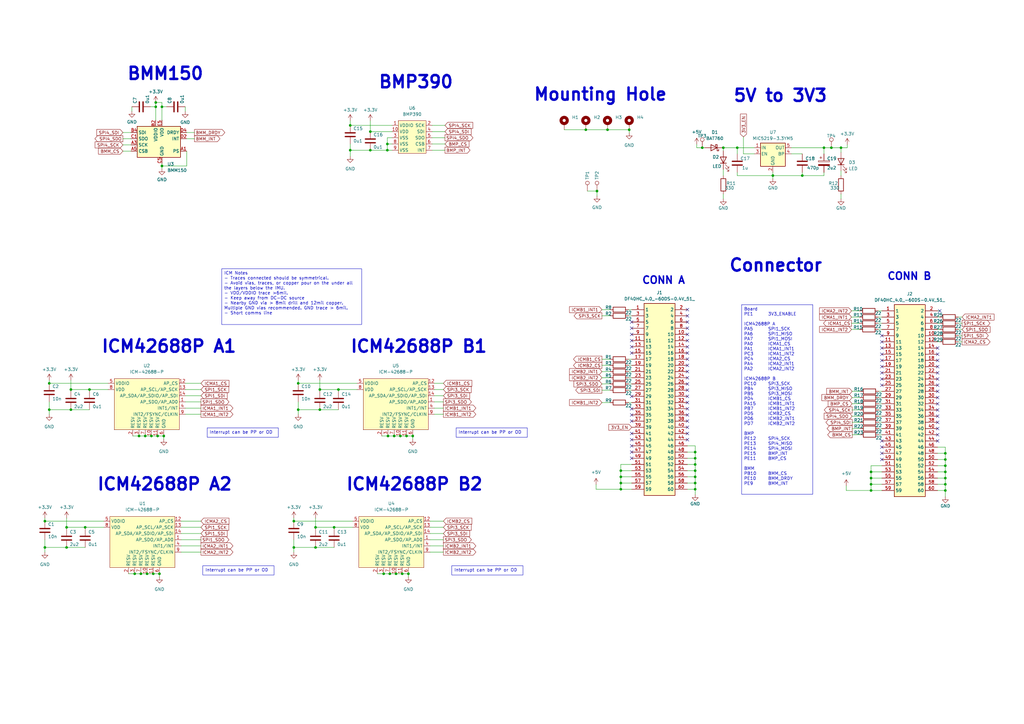
<source format=kicad_sch>
(kicad_sch (version 20230121) (generator eeschema)
  (paper "A3")
  (title_block (title "IMU Sensor Module") (date "2024-01-28"))
  (junction (at 122.301 168.021))
  (junction (at 244.856 78.359))
  (junction (at 57.023 178.816))
  (junction (at 120.523 224.536))
  (junction (at 302.387 60.579))
  (junction (at 158.877 61.595))
  (junction (at 29.083 168.021))
  (junction (at 55.245 235.331))
  (junction (at 151.892 61.595))
  (junction (at 151.892 53.975))
  (junction (at 62.865 235.331))
  (junction (at 18.415 224.536))
  (junction (at 285.115 200.66))
  (junction (at 157.353 235.331))
  (junction (at 137.033 216.281))
  (junction (at 357.251 201.168))
  (junction (at 254.635 195.58))
  (junction (at 254.635 200.66))
  (junction (at 159.131 178.816))
  (junction (at 18.415 213.741))
  (junction (at 29.083 159.766))
  (junction (at 288.036 60.579))
  (junction (at 285.115 187.96))
  (junction (at 387.731 196.088))
  (junction (at 122.301 157.226))
  (junction (at 254.635 198.12))
  (junction (at 129.413 216.281))
  (junction (at 316.992 72.009))
  (junction (at 57.785 235.331))
  (junction (at 387.731 188.468))
  (junction (at 129.413 224.536))
  (junction (at 66.421 68.072))
  (junction (at 240.284 53.213))
  (junction (at 63.881 43.815))
  (junction (at 169.291 178.816))
  (junction (at 387.731 191.008))
  (junction (at 285.115 195.58))
  (junction (at 65.405 235.331))
  (junction (at 387.731 198.628))
  (junction (at 285.115 198.12))
  (junction (at 387.731 185.928))
  (junction (at 285.115 185.42))
  (junction (at 357.251 196.088))
  (junction (at 34.925 216.281))
  (junction (at 296.672 60.579))
  (junction (at 162.433 235.331))
  (junction (at 120.523 213.741))
  (junction (at 20.193 168.021))
  (junction (at 249.174 53.213))
  (junction (at 387.731 193.548))
  (junction (at 131.191 168.021))
  (junction (at 64.643 178.816))
  (junction (at 66.421 43.815))
  (junction (at 357.251 198.628))
  (junction (at 337.947 60.579))
  (junction (at 258.064 53.213))
  (junction (at 27.305 216.281))
  (junction (at 27.305 224.536))
  (junction (at 159.893 235.331))
  (junction (at 167.513 235.331))
  (junction (at 62.103 178.816))
  (junction (at 161.671 178.816))
  (junction (at 143.637 51.435))
  (junction (at 36.703 159.766))
  (junction (at 285.115 193.04))
  (junction (at 166.751 178.816))
  (junction (at 67.183 178.816))
  (junction (at 63.881 42.037))
  (junction (at 387.731 201.168))
  (junction (at 285.115 190.5))
  (junction (at 138.811 159.766))
  (junction (at 164.973 235.331))
  (junction (at 143.637 61.595))
  (junction (at 60.325 235.331))
  (junction (at 158.877 59.055))
  (junction (at 340.995 60.579))
  (junction (at 357.251 193.548))
  (junction (at 329.057 72.009))
  (junction (at 344.932 60.579))
  (junction (at 20.193 157.226))
  (junction (at 254.635 193.04))
  (junction (at 131.191 159.766))
  (junction (at 59.563 178.816))
  (junction (at 164.211 178.816))
  (no_connect (at 384.556 163.068))
  (no_connect (at 259.08 139.7))
  (no_connect (at 384.556 175.768))
  (no_connect (at 361.696 142.748))
  (no_connect (at 281.94 142.24))
  (no_connect (at 281.94 167.64))
  (no_connect (at 361.696 180.848))
  (no_connect (at 281.94 152.4))
  (no_connect (at 384.556 173.228))
  (no_connect (at 384.556 152.908))
  (no_connect (at 361.696 152.908))
  (no_connect (at 281.94 147.32))
  (no_connect (at 384.556 150.368))
  (no_connect (at 384.556 168.148))
  (no_connect (at 384.556 142.748))
  (no_connect (at 384.556 170.688))
  (no_connect (at 281.94 160.02))
  (no_connect (at 361.696 145.288))
  (no_connect (at 384.556 178.308))
  (no_connect (at 281.94 157.48))
  (no_connect (at 259.08 162.56))
  (no_connect (at 281.94 137.16))
  (no_connect (at 384.556 160.528))
  (no_connect (at 259.08 137.16))
  (no_connect (at 259.08 132.08))
  (no_connect (at 281.94 180.34))
  (no_connect (at 361.696 157.988))
  (no_connect (at 281.94 134.62))
  (no_connect (at 259.08 134.62))
  (no_connect (at 385.445 127.508))
  (no_connect (at 361.696 188.468))
  (no_connect (at 281.94 172.72))
  (no_connect (at 281.94 154.94))
  (no_connect (at 281.94 129.54))
  (no_connect (at 384.556 165.608))
  (no_connect (at 281.94 177.8))
  (no_connect (at 259.08 182.88))
  (no_connect (at 281.94 170.18))
  (no_connect (at 361.696 183.388))
  (no_connect (at 361.696 150.368))
  (no_connect (at 259.08 167.64))
  (no_connect (at 384.556 157.988))
  (no_connect (at 281.94 139.7))
  (no_connect (at 384.556 180.848))
  (no_connect (at 281.94 162.56))
  (no_connect (at 259.08 170.18))
  (no_connect (at 259.08 172.72))
  (no_connect (at 281.94 144.78))
  (no_connect (at 384.556 147.828))
  (no_connect (at 384.556 155.448))
  (no_connect (at 281.94 165.1))
  (no_connect (at 281.94 132.08))
  (no_connect (at 361.696 147.828))
  (no_connect (at 361.696 140.208))
  (no_connect (at 259.08 187.96))
  (no_connect (at 384.556 145.288))
  (no_connect (at 259.08 142.24))
  (no_connect (at 259.08 144.78))
  (no_connect (at 361.696 155.448))
  (no_connect (at 281.94 127))
  (no_connect (at 281.94 175.26))
  (no_connect (at 361.696 137.668))
  (no_connect (at 259.08 185.42))
  (no_connect (at 361.696 185.928))
  (no_connect (at 259.08 177.8))
  (no_connect (at 281.94 149.86))
  (no_connect (at 259.08 180.34))
  (wire (pts (xy 27.305 212.471) (xy 27.305 216.281)))
  (wire (pts (xy 61.722 43.815) (xy 63.881 43.815)))
  (wire (pts (xy 384.556 188.468) (xy 387.731 188.468)))
  (wire (pts (xy 249.174 53.213) (xy 258.064 53.213)))
  (wire (pts (xy 76.581 68.072) (xy 66.421 68.072)))
  (wire (pts (xy 349.504 178.308) (xy 352.806 178.308)))
  (wire (pts (xy 357.251 198.628) (xy 361.696 198.628)))
  (wire (pts (xy 137.033 216.281) (xy 129.413 216.281)))
  (wire (pts (xy 349.504 160.528) (xy 352.806 160.528)))
  (wire (pts (xy 138.811 159.766) (xy 131.191 159.766)))
  (wire (pts (xy 20.193 169.926) (xy 20.193 168.021)))
  (wire (pts (xy 257.81 154.94) (xy 259.08 154.94)))
  (wire (pts (xy 67.183 178.816) (xy 67.183 180.086)))
  (wire (pts (xy 246.888 147.32) (xy 250.19 147.32)))
  (wire (pts (xy 131.191 159.766) (xy 131.191 160.401)))
  (wire (pts (xy 387.731 198.628) (xy 387.731 201.168)))
  (wire (pts (xy 357.251 198.628) (xy 357.251 196.088)))
  (wire (pts (xy 384.556 130.048) (xy 385.445 130.048)))
  (wire (pts (xy 349.504 175.768) (xy 352.806 175.768)))
  (wire (pts (xy 393.065 135.128) (xy 394.589 135.128)))
  (wire (pts (xy 178.181 164.846) (xy 181.864 164.846)))
  (wire (pts (xy 120.523 221.361) (xy 120.523 224.536)))
  (wire (pts (xy 55.245 235.331) (xy 57.785 235.331)))
  (wire (pts (xy 66.421 43.815) (xy 66.421 42.037)))
  (wire (pts (xy 29.083 159.766) (xy 29.083 160.401)))
  (wire (pts (xy 349.25 135.128) (xy 352.552 135.128)))
  (wire (pts (xy 360.426 160.528) (xy 361.696 160.528)))
  (wire (pts (xy 387.731 191.008) (xy 387.731 193.548)))
  (wire (pts (xy 244.475 200.66) (xy 254.635 200.66)))
  (wire (pts (xy 82.423 159.766) (xy 76.073 159.766)))
  (wire (pts (xy 285.75 60.579) (xy 285.75 59.182)))
  (wire (pts (xy 254.635 195.58) (xy 259.08 195.58)))
  (wire (pts (xy 131.191 168.021) (xy 138.811 168.021)))
  (wire (pts (xy 18.415 226.441) (xy 18.415 224.536)))
  (wire (pts (xy 347.091 199.263) (xy 347.091 201.168)))
  (wire (pts (xy 384.556 137.668) (xy 385.445 137.668)))
  (wire (pts (xy 384.556 140.208) (xy 385.445 140.208)))
  (wire (pts (xy 347.472 59.309) (xy 347.472 60.579)))
  (wire (pts (xy 122.301 157.226) (xy 146.431 157.226)))
  (wire (pts (xy 181.864 223.901) (xy 176.403 223.901)))
  (wire (pts (xy 257.81 149.86) (xy 259.08 149.86)))
  (wire (pts (xy 120.523 212.471) (xy 120.523 213.741)))
  (wire (pts (xy 144.653 216.281) (xy 137.033 216.281)))
  (wire (pts (xy 246.888 165.1) (xy 250.19 165.1)))
  (wire (pts (xy 349.504 165.608) (xy 352.806 165.608)))
  (wire (pts (xy 169.291 178.816) (xy 169.291 180.086)))
  (wire (pts (xy 50.419 56.896) (xy 53.721 56.896)))
  (wire (pts (xy 393.065 132.588) (xy 394.589 132.588)))
  (wire (pts (xy 20.193 164.846) (xy 20.193 168.021)))
  (wire (pts (xy 158.877 59.055) (xy 158.877 61.595)))
  (wire (pts (xy 361.696 201.168) (xy 357.251 201.168)))
  (wire (pts (xy 257.81 152.4) (xy 259.08 152.4)))
  (wire (pts (xy 360.426 175.768) (xy 361.696 175.768)))
  (wire (pts (xy 349.504 173.228) (xy 352.806 173.228)))
  (wire (pts (xy 281.94 185.42) (xy 285.115 185.42)))
  (wire (pts (xy 246.888 149.86) (xy 250.19 149.86)))
  (wire (pts (xy 340.995 60.579) (xy 344.932 60.579)))
  (wire (pts (xy 178.181 167.386) (xy 181.864 167.386)))
  (wire (pts (xy 393.065 130.048) (xy 394.589 130.048)))
  (wire (pts (xy 66.421 43.815) (xy 68.326 43.815)))
  (wire (pts (xy 143.637 61.595) (xy 143.637 59.055)))
  (wire (pts (xy 129.413 216.281) (xy 129.413 216.916)))
  (wire (pts (xy 82.423 223.901) (xy 74.295 223.901)))
  (wire (pts (xy 285.115 182.88) (xy 285.115 185.42)))
  (wire (pts (xy 384.556 183.388) (xy 387.731 183.388)))
  (wire (pts (xy 146.431 159.766) (xy 138.811 159.766)))
  (wire (pts (xy 20.193 155.956) (xy 20.193 157.226)))
  (wire (pts (xy 122.301 168.021) (xy 131.191 168.021)))
  (wire (pts (xy 178.181 157.226) (xy 181.864 157.226)))
  (wire (pts (xy 52.705 235.331) (xy 55.245 235.331)))
  (wire (pts (xy 347.091 201.168) (xy 357.251 201.168)))
  (wire (pts (xy 360.172 135.128) (xy 361.696 135.128)))
  (wire (pts (xy 138.811 159.766) (xy 138.811 160.401)))
  (wire (pts (xy 337.947 72.009) (xy 337.947 70.739)))
  (wire (pts (xy 257.81 147.32) (xy 259.08 147.32)))
  (wire (pts (xy 231.394 53.213) (xy 240.284 53.213)))
  (wire (pts (xy 384.556 185.928) (xy 387.731 185.928)))
  (wire (pts (xy 122.301 169.926) (xy 122.301 168.021)))
  (wire (pts (xy 177.292 59.055) (xy 182.499 59.055)))
  (wire (pts (xy 63.881 42.037) (xy 63.881 43.815)))
  (wire (pts (xy 181.864 216.281) (xy 176.403 216.281)))
  (wire (pts (xy 120.523 213.741) (xy 144.653 213.741)))
  (wire (pts (xy 324.612 60.579) (xy 337.947 60.579)))
  (wire (pts (xy 65.405 235.331) (xy 65.405 236.601)))
  (wire (pts (xy 384.556 198.628) (xy 387.731 198.628)))
  (wire (pts (xy 254.635 190.5) (xy 259.08 190.5)))
  (wire (pts (xy 281.94 198.12) (xy 285.115 198.12)))
  (wire (pts (xy 344.932 72.009) (xy 344.932 70.104)))
  (wire (pts (xy 304.927 63.119) (xy 309.372 63.119)))
  (wire (pts (xy 281.94 187.96) (xy 285.115 187.96)))
  (wire (pts (xy 20.193 157.226) (xy 44.323 157.226)))
  (wire (pts (xy 158.877 61.595) (xy 160.782 61.595)))
  (wire (pts (xy 246.888 160.02) (xy 250.19 160.02)))
  (wire (pts (xy 82.423 221.361) (xy 74.295 221.361)))
  (wire (pts (xy 281.94 200.66) (xy 285.115 200.66)))
  (wire (pts (xy 254.635 195.58) (xy 254.635 193.04)))
  (wire (pts (xy 64.643 178.816) (xy 67.183 178.816)))
  (wire (pts (xy 296.672 81.534) (xy 296.672 79.629)))
  (wire (pts (xy 162.433 235.331) (xy 164.973 235.331)))
  (wire (pts (xy 393.065 137.668) (xy 394.589 137.668)))
  (wire (pts (xy 337.947 60.579) (xy 337.947 63.119)))
  (wire (pts (xy 257.81 129.54) (xy 259.08 129.54)))
  (wire (pts (xy 357.251 196.088) (xy 357.251 193.548)))
  (wire (pts (xy 302.387 70.739) (xy 302.387 72.009)))
  (wire (pts (xy 257.81 165.1) (xy 259.08 165.1)))
  (wire (pts (xy 178.181 169.926) (xy 181.864 169.926)))
  (wire (pts (xy 357.251 201.168) (xy 357.251 198.628)))
  (wire (pts (xy 258.064 53.213) (xy 258.064 54.483)))
  (wire (pts (xy 360.172 127.508) (xy 361.696 127.508)))
  (wire (pts (xy 50.419 61.976) (xy 53.721 61.976)))
  (wire (pts (xy 246.888 129.54) (xy 250.19 129.54)))
  (wire (pts (xy 244.856 78.359) (xy 244.856 80.391)))
  (wire (pts (xy 129.413 224.536) (xy 137.033 224.536)))
  (wire (pts (xy 360.426 173.228) (xy 361.696 173.228)))
  (wire (pts (xy 285.75 60.579) (xy 288.036 60.579)))
  (wire (pts (xy 387.731 193.548) (xy 387.731 196.088)))
  (wire (pts (xy 387.731 201.168) (xy 387.731 203.708)))
  (wire (pts (xy 59.563 178.816) (xy 62.103 178.816)))
  (wire (pts (xy 143.637 51.435) (xy 160.782 51.435)))
  (wire (pts (xy 20.193 168.021) (xy 29.083 168.021)))
  (wire (pts (xy 357.251 191.008) (xy 361.696 191.008)))
  (wire (pts (xy 349.504 163.068) (xy 352.806 163.068)))
  (wire (pts (xy 18.415 224.536) (xy 27.305 224.536)))
  (wire (pts (xy 159.893 235.331) (xy 162.433 235.331)))
  (wire (pts (xy 357.251 193.548) (xy 357.251 191.008)))
  (wire (pts (xy 360.426 165.608) (xy 361.696 165.608)))
  (wire (pts (xy 177.292 51.435) (xy 182.499 51.435)))
  (wire (pts (xy 360.426 178.308) (xy 361.696 178.308)))
  (wire (pts (xy 156.591 178.816) (xy 159.131 178.816)))
  (wire (pts (xy 349.25 132.588) (xy 352.552 132.588)))
  (wire (pts (xy 246.888 152.4) (xy 250.19 152.4)))
  (wire (pts (xy 54.102 45.593) (xy 54.102 43.815)))
  (wire (pts (xy 357.251 193.548) (xy 361.696 193.548)))
  (wire (pts (xy 131.191 155.956) (xy 131.191 159.766)))
  (wire (pts (xy 160.782 56.515) (xy 158.877 56.515)))
  (wire (pts (xy 143.637 49.53) (xy 143.637 51.435)))
  (wire (pts (xy 349.504 170.688) (xy 352.806 170.688)))
  (wire (pts (xy 50.419 59.436) (xy 53.721 59.436)))
  (wire (pts (xy 75.946 43.815) (xy 75.946 45.72)))
  (wire (pts (xy 349.25 130.048) (xy 352.552 130.048)))
  (wire (pts (xy 181.864 213.741) (xy 176.403 213.741)))
  (wire (pts (xy 79.756 56.896) (xy 76.581 56.896)))
  (wire (pts (xy 34.925 216.281) (xy 27.305 216.281)))
  (wire (pts (xy 62.103 178.816) (xy 64.643 178.816)))
  (wire (pts (xy 387.731 185.928) (xy 387.731 188.468)))
  (wire (pts (xy 254.635 200.66) (xy 254.635 198.12)))
  (wire (pts (xy 18.415 221.361) (xy 18.415 224.536)))
  (wire (pts (xy 296.672 61.849) (xy 296.672 60.579)))
  (wire (pts (xy 329.057 70.739) (xy 329.057 72.009)))
  (wire (pts (xy 57.023 178.816) (xy 59.563 178.816)))
  (wire (pts (xy 54.483 178.816) (xy 57.023 178.816)))
  (wire (pts (xy 178.181 159.766) (xy 181.864 159.766)))
  (wire (pts (xy 281.94 193.04) (xy 285.115 193.04)))
  (wire (pts (xy 158.877 56.515) (xy 158.877 59.055)))
  (wire (pts (xy 157.353 235.331) (xy 159.893 235.331)))
  (wire (pts (xy 177.292 61.595) (xy 182.499 61.595)))
  (wire (pts (xy 285.115 193.04) (xy 285.115 195.58)))
  (wire (pts (xy 27.305 216.281) (xy 27.305 216.916)))
  (wire (pts (xy 296.672 60.579) (xy 302.387 60.579)))
  (wire (pts (xy 63.881 43.815) (xy 63.881 49.276)))
  (wire (pts (xy 285.115 187.96) (xy 285.115 190.5)))
  (wire (pts (xy 384.556 196.088) (xy 387.731 196.088)))
  (wire (pts (xy 316.992 72.009) (xy 329.057 72.009)))
  (wire (pts (xy 384.556 135.128) (xy 385.445 135.128)))
  (wire (pts (xy 137.033 216.281) (xy 137.033 216.916)))
  (wire (pts (xy 36.703 159.766) (xy 36.703 160.401)))
  (wire (pts (xy 254.635 193.04) (xy 254.635 190.5)))
  (wire (pts (xy 82.423 216.281) (xy 74.295 216.281)))
  (wire (pts (xy 240.284 53.213) (xy 249.174 53.213)))
  (wire (pts (xy 151.892 53.975) (xy 160.782 53.975)))
  (wire (pts (xy 143.637 61.595) (xy 143.637 64.135)))
  (wire (pts (xy 164.973 235.331) (xy 167.513 235.331)))
  (wire (pts (xy 27.305 224.536) (xy 34.925 224.536)))
  (wire (pts (xy 66.421 69.215) (xy 66.421 68.072)))
  (wire (pts (xy 240.919 78.359) (xy 244.856 78.359)))
  (wire (pts (xy 82.423 167.386) (xy 76.073 167.386)))
  (wire (pts (xy 304.927 56.134) (xy 304.927 63.119)))
  (wire (pts (xy 66.421 68.072) (xy 66.421 67.056)))
  (wire (pts (xy 246.888 127) (xy 250.19 127)))
  (wire (pts (xy 82.423 169.926) (xy 76.073 169.926)))
  (wire (pts (xy 387.731 196.088) (xy 387.731 198.628)))
  (wire (pts (xy 384.556 193.548) (xy 387.731 193.548)))
  (wire (pts (xy 159.131 178.816) (xy 161.671 178.816)))
  (wire (pts (xy 62.865 235.331) (xy 65.405 235.331)))
  (wire (pts (xy 254.635 193.04) (xy 259.08 193.04)))
  (wire (pts (xy 324.612 63.119) (xy 329.057 63.119)))
  (wire (pts (xy 60.325 235.331) (xy 62.865 235.331)))
  (wire (pts (xy 302.387 60.579) (xy 302.387 63.119)))
  (wire (pts (xy 316.992 70.739) (xy 316.992 72.009)))
  (wire (pts (xy 360.426 170.688) (xy 361.696 170.688)))
  (wire (pts (xy 120.523 226.441) (xy 120.523 224.536)))
  (wire (pts (xy 384.556 132.588) (xy 385.445 132.588)))
  (wire (pts (xy 357.251 196.088) (xy 361.696 196.088)))
  (wire (pts (xy 387.731 183.388) (xy 387.731 185.928)))
  (wire (pts (xy 257.81 160.02) (xy 259.08 160.02)))
  (wire (pts (xy 281.94 195.58) (xy 285.115 195.58)))
  (wire (pts (xy 254.635 198.12) (xy 254.635 195.58)))
  (wire (pts (xy 167.513 235.331) (xy 167.513 236.601)))
  (wire (pts (xy 181.864 226.441) (xy 176.403 226.441)))
  (wire (pts (xy 384.556 127.508) (xy 385.445 127.508)))
  (wire (pts (xy 244.475 198.755) (xy 244.475 200.66)))
  (wire (pts (xy 161.671 178.816) (xy 164.211 178.816)))
  (wire (pts (xy 122.301 164.846) (xy 122.301 168.021)))
  (wire (pts (xy 288.036 60.579) (xy 289.052 60.579)))
  (wire (pts (xy 349.504 168.148) (xy 352.806 168.148)))
  (wire (pts (xy 360.426 168.148) (xy 361.696 168.148)))
  (wire (pts (xy 259.08 200.66) (xy 254.635 200.66)))
  (wire (pts (xy 151.892 61.595) (xy 143.637 61.595)))
  (wire (pts (xy 281.94 190.5) (xy 285.115 190.5)))
  (wire (pts (xy 246.888 154.94) (xy 250.19 154.94)))
  (wire (pts (xy 181.864 218.821) (xy 176.403 218.821)))
  (wire (pts (xy 82.423 157.226) (xy 76.073 157.226)))
  (wire (pts (xy 285.115 185.42) (xy 285.115 187.96)))
  (wire (pts (xy 154.813 235.331) (xy 157.353 235.331)))
  (wire (pts (xy 302.387 72.009) (xy 316.992 72.009)))
  (wire (pts (xy 18.415 213.741) (xy 42.545 213.741)))
  (wire (pts (xy 57.785 235.331) (xy 60.325 235.331)))
  (wire (pts (xy 164.211 178.816) (xy 166.751 178.816)))
  (wire (pts (xy 129.413 212.471) (xy 129.413 216.281)))
  (wire (pts (xy 360.172 130.048) (xy 361.696 130.048)))
  (wire (pts (xy 178.181 162.306) (xy 181.864 162.306)))
  (wire (pts (xy 122.301 155.956) (xy 122.301 157.226)))
  (wire (pts (xy 302.387 60.579) (xy 309.372 60.579)))
  (wire (pts (xy 285.115 200.66) (xy 285.115 202.819)))
  (wire (pts (xy 120.523 224.536) (xy 129.413 224.536)))
  (wire (pts (xy 384.556 201.168) (xy 387.731 201.168)))
  (wire (pts (xy 66.421 49.276) (xy 66.421 43.815)))
  (wire (pts (xy 285.115 195.58) (xy 285.115 198.12)))
  (wire (pts (xy 177.292 53.975) (xy 182.499 53.975)))
  (wire (pts (xy 82.423 164.846) (xy 76.073 164.846)))
  (wire (pts (xy 29.083 155.956) (xy 29.083 159.766)))
  (wire (pts (xy 337.947 60.579) (xy 340.995 60.579)))
  (wire (pts (xy 166.751 178.816) (xy 169.291 178.816)))
  (wire (pts (xy 82.423 218.821) (xy 74.295 218.821)))
  (wire (pts (xy 29.083 168.021) (xy 36.703 168.021)))
  (wire (pts (xy 66.421 42.037) (xy 63.881 42.037)))
  (wire (pts (xy 76.581 54.356) (xy 79.756 54.356)))
  (wire (pts (xy 360.172 132.588) (xy 361.696 132.588)))
  (wire (pts (xy 82.423 162.306) (xy 76.073 162.306)))
  (wire (pts (xy 384.556 191.008) (xy 387.731 191.008)))
  (wire (pts (xy 42.545 216.281) (xy 34.925 216.281)))
  (wire (pts (xy 246.888 157.48) (xy 250.19 157.48)))
  (wire (pts (xy 82.423 213.741) (xy 74.295 213.741)))
  (wire (pts (xy 76.581 61.976) (xy 76.581 68.072)))
  (wire (pts (xy 316.992 72.009) (xy 316.992 73.279)))
  (wire (pts (xy 18.415 212.471) (xy 18.415 213.741)))
  (wire (pts (xy 352.552 127.508) (xy 349.25 127.508)))
  (wire (pts (xy 344.932 81.534) (xy 344.932 79.629)))
  (wire (pts (xy 151.892 49.53) (xy 151.892 53.975)))
  (wire (pts (xy 344.932 62.484) (xy 344.932 60.579)))
  (wire (pts (xy 50.419 54.356) (xy 53.721 54.356)))
  (wire (pts (xy 158.877 61.595) (xy 151.892 61.595)))
  (wire (pts (xy 257.81 157.48) (xy 259.08 157.48)))
  (wire (pts (xy 285.115 190.5) (xy 285.115 193.04)))
  (wire (pts (xy 329.057 72.009) (xy 337.947 72.009)))
  (wire (pts (xy 360.426 163.068) (xy 361.696 163.068)))
  (wire (pts (xy 281.94 182.88) (xy 285.115 182.88)))
  (wire (pts (xy 296.672 72.009) (xy 296.672 69.469)))
  (wire (pts (xy 344.932 60.579) (xy 347.472 60.579)))
  (wire (pts (xy 285.115 198.12) (xy 285.115 200.66)))
  (wire (pts (xy 254.635 198.12) (xy 259.08 198.12)))
  (wire (pts (xy 177.292 56.515) (xy 182.499 56.515)))
  (wire (pts (xy 34.925 216.281) (xy 34.925 216.916)))
  (wire (pts (xy 387.731 188.468) (xy 387.731 191.008)))
  (wire (pts (xy 393.065 140.208) (xy 394.589 140.208)))
  (wire (pts (xy 82.423 226.441) (xy 74.295 226.441)))
  (wire (pts (xy 257.81 127) (xy 259.08 127)))
  (wire (pts (xy 158.877 59.055) (xy 160.782 59.055)))
  (wire (pts (xy 181.864 221.361) (xy 176.403 221.361)))
  (wire (pts (xy 36.703 159.766) (xy 29.083 159.766)))
  (wire (pts (xy 44.323 159.766) (xy 36.703 159.766)))
  (text_box "Board\nPE1		3V3_ENABLE\n\nICM42688P A\nPA5		SPI1_SCK\nPA6		SPI1_MISO\nPA7		SPI1_MOSI\nPA0		ICMA1_CS\nPA1		ICMA1_INT1\nPC3		ICMA1_INT2\nPC4		ICMA2_CS\nPA4		ICMA2_INT1\nPA2		ICMA2_INT2\n\nICM42688P B\nPC10	SPI3_SCK\nPB4		SPI3_MISO\nPB5		SPI3_MOSI\nPD4		ICMB1_CS\nPA15	ICMB1_INT1\nPB7		ICMB1_INT2\nPD5		ICMB2_CS\nPD6		ICMB2_INT1\nPD7		ICMB2_INT2\n\nBMP\nPE12	SPI4_SCK\nPE13	SPI4_MISO\nPE14	SPI4_MOSI\nPE15	BMP_INT\nPE11	BMP_CS\n\nBMM\nPB10	BMM_CS\nPE10	BMM_DRDY\nPE9		BMM_INT" (at 304.165 124.968 0) (size 29.21 77.724) (effects (font (size 1.27 1.27)) (justify left top)))
  (text_box "ICM Notes\n- Traces connected should be symmetrical.\n- Avoid vias, traces, or copper pour on the under all the layers below the IMU.\n- VDD/VDDIO trace >6mil.\n- Keep away from DC-DC source\n- Nearby GND via > 8mil drill and 12mil copper. Multiple GND vias recommended. GND trace > 6mil.\n- Short comms line" (at 90.932 110.236 0) (size 57.404 22.86) (effects (font (size 1.27 1.27)) (justify left top)))
  (text_box "Interrupt can be PP or OD" (at 185.293 232.029 0) (size 29.21 3.81) (fill (type color)) (effects (font (size 1.27 1.27)) (justify left top)))
  (text_box "Interrupt can be PP or OD" (at 187.071 175.514 0) (size 29.21 3.81) (fill (type color)) (effects (font (size 1.27 1.27)) (justify left top)))
  (text_box "Interrupt can be PP or OD" (at 83.185 232.029 0) (size 29.21 3.81) (fill (type color)) (effects (font (size 1.27 1.27)) (justify left top)))
  (text_box "Interrupt can be PP or OD" (at 84.963 175.514 0) (size 29.21 3.81) (fill (type color)) (effects (font (size 1.27 1.27)) (justify left top)))
  (text "Connector" (at 298.704 111.887 0) (effects (font (size 5 5) (thickness 1) bold) (justify left bottom)))
  (text "5V to 3V3" (at 300.482 42.291 0) (effects (font (size 5 5) (thickness 1) bold) (justify left bottom)))
  (text "BMM150" (at 51.816 33.274 0) (effects (font (size 5 5) (thickness 1) bold) (justify left bottom)))
  (text "ICM42688P B1" (at 143.383 145.161 0) (effects (font (size 5 5) (thickness 1) bold) (justify left bottom)))
  (text "Mounting Hole" (at 218.567 41.783 0) (effects (font (size 5 5) (thickness 1) bold) (justify left bottom)))
  (text "ICM42688P A2\n" (at 39.497 201.676 0) (effects (font (size 5 5) (thickness 1) bold) (justify left bottom)))
  (text "ICM42688P B2" (at 141.605 201.676 0) (effects (font (size 5 5) (thickness 1) bold) (justify left bottom)))
  (text "BMP390" (at 154.94 36.703 0) (effects (font (size 5 5) (thickness 1) bold) (justify left bottom)))
  (text "CONN A" (at 263.144 116.84 0) (effects (font (size 3 3) bold) (justify left bottom)))
  (text "ICM42688P A1\n" (at 41.275 145.161 0) (effects (font (size 5 5) (thickness 1) bold) (justify left bottom)))
  (text "CONN B" (at 363.728 115.189 0) (effects (font (size 3 3) bold) (justify left bottom)))
  (global_label "ICMB1_INT1" (shape output) (at 181.864 167.386 0) (property "Intersheetrefs" "${INTERSHEET_REFS}" (effects hide)))
  (global_label "SPI1_SDO" (shape input) (at 394.589 135.128 0) (property "Intersheetrefs" "${INTERSHEET_REFS}" (effects hide)))
  (global_label "SPI1_SDO" (shape output) (at 82.423 164.846 0) (property "Intersheetrefs" "${INTERSHEET_REFS}" (effects hide)))
  (global_label "ICMA2_INT2" (shape output) (at 82.423 226.441 0) (property "Intersheetrefs" "${INTERSHEET_REFS}" (effects hide)))
  (global_label "SPI4_SDI" (shape output) (at 349.504 173.228 180) (property "Intersheetrefs" "${INTERSHEET_REFS}" (effects hide)))
  (global_label "BMM_DRDY" (shape input) (at 349.504 163.068 180) (property "Intersheetrefs" "${INTERSHEET_REFS}" (effects hide)))
  (global_label "ICMA1_INT2" (shape output) (at 82.423 169.926 0) (property "Intersheetrefs" "${INTERSHEET_REFS}" (effects hide)))
  (global_label "ICMA2_INT1" (shape output) (at 82.423 223.901 0) (property "Intersheetrefs" "${INTERSHEET_REFS}" (effects hide)))
  (global_label "BMP_INT" (shape output) (at 182.499 61.595 0) (property "Intersheetrefs" "${INTERSHEET_REFS}" (effects hide)))
  (global_label "BMP_INT" (shape output) (at 349.504 175.768 180) (property "Intersheetrefs" "${INTERSHEET_REFS}" (effects hide)))
  (global_label "SPI1_SCK" (shape output) (at 394.589 132.588 0) (property "Intersheetrefs" "${INTERSHEET_REFS}" (effects hide)))
  (global_label "ICMB2_INT1" (shape output) (at 181.864 223.901 0) (property "Intersheetrefs" "${INTERSHEET_REFS}" (effects hide)))
  (global_label "ICMA1_CS" (shape output) (at 349.25 132.588 180) (property "Intersheetrefs" "${INTERSHEET_REFS}" (effects hide)))
  (global_label "ICMB1_CS" (shape output) (at 246.888 147.32 180) (property "Intersheetrefs" "${INTERSHEET_REFS}" (effects hide)))
  (global_label "SPI4_SCK" (shape input) (at 182.499 51.435 0) (property "Intersheetrefs" "${INTERSHEET_REFS}" (effects hide)))
  (global_label "ICMA2_INT1" (shape input) (at 394.589 130.048 0) (property "Intersheetrefs" "${INTERSHEET_REFS}" (effects hide)))
  (global_label "SPI3_SDI" (shape input) (at 181.864 218.821 0) (property "Intersheetrefs" "${INTERSHEET_REFS}" (effects hide)))
  (global_label "SPI3_SDO" (shape output) (at 181.864 164.846 0) (property "Intersheetrefs" "${INTERSHEET_REFS}" (effects hide)))
  (global_label "SPI4_SDO" (shape input) (at 349.504 170.688 180) (property "Intersheetrefs" "${INTERSHEET_REFS}" (effects hide)))
  (global_label "SPI1_SDI" (shape input) (at 82.423 218.821 0) (property "Intersheetrefs" "${INTERSHEET_REFS}" (effects hide)))
  (global_label "SPI3_SCK" (shape input) (at 181.864 159.766 0) (property "Intersheetrefs" "${INTERSHEET_REFS}" (effects hide)))
  (global_label "ICMB2_CS" (shape input) (at 181.864 213.741 0) (property "Intersheetrefs" "${INTERSHEET_REFS}" (effects hide)))
  (global_label "ICMA1_INT1" (shape output) (at 82.423 167.386 0) (property "Intersheetrefs" "${INTERSHEET_REFS}" (effects hide)))
  (global_label "BMM_CS" (shape output) (at 349.504 178.308 180) (property "Intersheetrefs" "${INTERSHEET_REFS}" (effects hide)))
  (global_label "BMM_DRDY" (shape output) (at 79.756 54.356 0) (property "Intersheetrefs" "${INTERSHEET_REFS}" (effects hide)))
  (global_label "BMM_INT" (shape output) (at 79.756 56.896 0) (property "Intersheetrefs" "${INTERSHEET_REFS}" (effects hide)))
  (global_label "ICMB2_CS" (shape output) (at 246.888 149.86 180) (property "Intersheetrefs" "${INTERSHEET_REFS}" (effects hide)))
  (global_label "SPI3_SCK" (shape input) (at 181.864 216.281 0) (property "Intersheetrefs" "${INTERSHEET_REFS}" (effects hide)))
  (global_label "ICMB2_INT2" (shape input) (at 246.888 154.94 180) (property "Intersheetrefs" "${INTERSHEET_REFS}" (effects hide)))
  (global_label "SPI4_SDI" (shape input) (at 182.499 53.975 0) (property "Intersheetrefs" "${INTERSHEET_REFS}" (effects hide)))
  (global_label "SPI3_SCK" (shape output) (at 246.888 129.54 180) (property "Intersheetrefs" "${INTERSHEET_REFS}" (effects hide)))
  (global_label "ICMA1_CS" (shape input) (at 82.423 157.226 0) (property "Intersheetrefs" "${INTERSHEET_REFS}" (effects hide)))
  (global_label "ICMA2_CS" (shape input) (at 82.423 213.741 0) (property "Intersheetrefs" "${INTERSHEET_REFS}" (effects hide)))
  (global_label "SPI4_SCK" (shape input) (at 50.419 59.436 180) (property "Intersheetrefs" "${INTERSHEET_REFS}" (effects hide)))
  (global_label "ICMB1_INT2" (shape input) (at 246.888 165.1 180) (property "Intersheetrefs" "${INTERSHEET_REFS}" (effects hide)))
  (global_label "SPI4_SDI" (shape input) (at 50.419 54.356 180) (property "Intersheetrefs" "${INTERSHEET_REFS}" (effects hide)))
  (global_label "ICMA1_INT2" (shape input) (at 349.25 135.128 180) (property "Intersheetrefs" "${INTERSHEET_REFS}" (effects hide)))
  (global_label "SPI3_SDI" (shape input) (at 181.864 162.306 0) (property "Intersheetrefs" "${INTERSHEET_REFS}" (effects hide)))
  (global_label "SPI1_SDI" (shape input) (at 82.423 162.306 0) (property "Intersheetrefs" "${INTERSHEET_REFS}" (effects hide)))
  (global_label "3V3_EN" (shape input) (at 304.927 56.134 90) (property "Intersheetrefs" "${INTERSHEET_REFS}" (effects hide)))
  (global_label "BMP_CS" (shape input) (at 182.499 59.055 0) (property "Intersheetrefs" "${INTERSHEET_REFS}" (effects hide)))
  (global_label "SPI1_SCK" (shape input) (at 82.423 216.281 0) (property "Intersheetrefs" "${INTERSHEET_REFS}" (effects hide)))
  (global_label "ICMB1_INT2" (shape output) (at 181.864 169.926 0) (property "Intersheetrefs" "${INTERSHEET_REFS}" (effects hide)))
  (global_label "SPI4_SDO" (shape output) (at 50.419 56.896 180) (property "Intersheetrefs" "${INTERSHEET_REFS}" (effects hide)))
  (global_label "ICMB1_CS" (shape input) (at 181.864 157.226 0) (property "Intersheetrefs" "${INTERSHEET_REFS}" (effects hide)))
  (global_label "SPI3_SDI" (shape output) (at 246.888 160.02 180) (property "Intersheetrefs" "${INTERSHEET_REFS}" (effects hide)))
  (global_label "3V3_EN" (shape input) (at 259.08 175.26 180) (property "Intersheetrefs" "${INTERSHEET_REFS}" (effects hide)))
  (global_label "SPI3_SDO" (shape output) (at 181.864 221.361 0) (property "Intersheetrefs" "${INTERSHEET_REFS}" (effects hide)))
  (global_label "ICMA2_CS" (shape output) (at 394.589 140.208 0) (property "Intersheetrefs" "${INTERSHEET_REFS}" (effects hide)))
  (global_label "ICMA2_INT2" (shape input) (at 349.25 127.508 180) (property "Intersheetrefs" "${INTERSHEET_REFS}" (effects hide)))
  (global_label "SPI4_SCK" (shape output) (at 349.504 168.148 180) (property "Intersheetrefs" "${INTERSHEET_REFS}" (effects hide)))
  (global_label "SPI3_SDO" (shape input) (at 246.888 157.48 180) (property "Intersheetrefs" "${INTERSHEET_REFS}" (effects hide)))
  (global_label "BMP_CS" (shape input) (at 349.504 165.608 180) (property "Intersheetrefs" "${INTERSHEET_REFS}" (effects hide)))
  (global_label "ICMB2_INT2" (shape output) (at 181.864 226.441 0) (property "Intersheetrefs" "${INTERSHEET_REFS}" (effects hide)))
  (global_label "SPI4_SDO" (shape output) (at 182.499 56.515 0) (property "Intersheetrefs" "${INTERSHEET_REFS}" (effects hide)))
  (global_label "ICMA1_INT1" (shape input) (at 349.25 130.048 180) (property "Intersheetrefs" "${INTERSHEET_REFS}" (effects hide)))
  (global_label "SPI1_SDO" (shape output) (at 82.423 221.361 0) (property "Intersheetrefs" "${INTERSHEET_REFS}" (effects hide)))
  (global_label "ICMB1_INT1" (shape input) (at 246.888 127 180) (property "Intersheetrefs" "${INTERSHEET_REFS}" (effects hide)))
  (global_label "BMM_CS" (shape input) (at 50.419 61.976 180) (property "Intersheetrefs" "${INTERSHEET_REFS}" (effects hide)))
  (global_label "BMM_INT" (shape input) (at 349.504 160.528 180) (property "Intersheetrefs" "${INTERSHEET_REFS}" (effects hide)))
  (global_label "SPI1_SDI" (shape output) (at 394.589 137.668 0) (property "Intersheetrefs" "${INTERSHEET_REFS}" (effects hide)))
  (global_label "SPI1_SCK" (shape input) (at 82.423 159.766 0) (property "Intersheetrefs" "${INTERSHEET_REFS}" (effects hide)))
  (global_label "ICMB2_INT1" (shape input) (at 246.888 152.4 180) (property "Intersheetrefs" "${INTERSHEET_REFS}" (effects hide)))
  (symbol (lib_id "power:+3.3V") (at 29.083 155.956 0) (unit 1)
    (property "Reference" "#PWR06" (effects hide))
    (property "Value" "+3.3V" (at 29.083 151.511 0))
  )
  (symbol (lib_id "Device:R") (at 356.616 168.148 90) (unit 1)
    (property "Reference" "R19" (at 352.171 167.259 90))
    (property "Value" "22" (at 360.426 169.418 90))
    (property "Footprint" "Resistor_SMD:R_0402_1005Metric" (effects hide))
    (property "JLCPCB" "C413049" (effects hide))
  )
  (symbol (lib_id "Device:C") (at 302.387 66.929 0) (unit 1)
    (property "Reference" "C17" (at 303.657 65.024 0) (effects (justify left)))
    (property "Value" "1u" (at 304.292 68.834 0) (effects (justify left)))
    (property "Footprint" "Capacitor_SMD:C_0603_1608Metric" (effects hide))
    (property "JLCPCB" "C5673" (effects hide))
  )
  (symbol (lib_id "power:GND") (at 66.421 69.215 0) (unit 1)
    (property "Reference" "#PWR010" (effects hide))
    (property "Value" "GND" (at 66.421 73.66 0))
  )
  (symbol (lib_id "Device:C") (at 34.925 220.726 0) (unit 1)
    (property "Reference" "C5" (at 36.195 218.186 0) (effects (justify left)))
    (property "Value" "0u1" (at 36.195 223.266 0) (effects (justify left)))
    (property "Footprint" "Capacitor_SMD:C_0402_1005Metric" (effects hide))
    (property "JLCPCB" "C432917" (effects hide))
  )
  (symbol (lib_id "Device:R") (at 356.616 173.228 90) (unit 1)
    (property "Reference" "R21" (at 352.171 172.339 90))
    (property "Value" "22" (at 360.426 174.498 90))
    (property "Footprint" "Resistor_SMD:R_0402_1005Metric" (effects hide))
    (property "JLCPCB" "C413049" (effects hide))
  )
  (symbol (lib_id "whose_lib:ICM-42688-P") (at 45.085 211.836 0) (unit 1)
    (property "Reference" "U1" (at 58.42 206.502 0))
    (property "Value" "ICM-42688-P" (at 58.42 209.042 0))
    (property "Footprint" "whose_lib:ICM_LGA-14_3x2.5mm_P0.5mm" (effects hide))
    (property "Datasheet" "https://invensense.tdk.com/products/motion-tracking/6-axis/icm-42688-p/" (effects hide))
    (property "JLCPCB" "C1850418" (effects hide))
  )
  (symbol (lib_id "Device:C") (at 329.057 66.929 0) (unit 1)
    (property "Reference" "C18" (at 330.327 65.024 0) (effects (justify left)))
    (property "Value" "470p" (at 330.962 68.834 0) (effects (justify left)))
    (property "Footprint" "Capacitor_SMD:C_0603_1608Metric" (effects hide))
    (property "JLCPCB" "C519409" (effects hide))
  )
  (symbol (lib_id "power:+3.3V") (at 131.191 155.956 0) (unit 1)
    (property "Reference" "#PWR018" (effects hide))
    (property "Value" "+3.3V" (at 131.191 151.511 0))
  )
  (symbol (lib_id "Device:R") (at 356.362 135.128 90) (unit 1)
    (property "Reference" "R15" (at 351.917 134.239 90))
    (property "Value" "22" (at 360.172 136.398 90))
    (property "Footprint" "Resistor_SMD:R_0402_1005Metric" (effects hide))
    (property "JLCPCB" "C413049" (effects hide))
  )
  (symbol (lib_id "Device:C") (at 138.811 164.211 0) (unit 1)
    (property "Reference" "C14" (at 140.081 161.671 0) (effects (justify left)))
    (property "Value" "0u1" (at 140.081 166.751 0) (effects (justify left)))
    (property "Footprint" "Capacitor_SMD:C_0402_1005Metric" (effects hide))
    (property "JLCPCB" "C432917" (effects hide))
  )
  (symbol (lib_id "Device:R") (at 254 129.54 90) (unit 1)
    (property "Reference" "R2" (at 249.555 128.651 90))
    (property "Value" "22" (at 257.81 130.81 90))
    (property "Footprint" "Resistor_SMD:R_0402_1005Metric" (effects hide))
    (property "JLCPCB" "C413049" (effects hide))
  )
  (symbol (lib_id "Device:R") (at 389.255 132.588 90) (unit 1)
    (property "Reference" "R26" (at 384.81 131.699 90))
    (property "Value" "22" (at 393.065 133.858 90))
    (property "Footprint" "Resistor_SMD:R_0402_1005Metric" (effects hide))
    (property "JLCPCB" "C413049" (effects hide))
  )
  (symbol (lib_id "power:+3.3V") (at 120.523 212.471 0) (unit 1)
    (property "Reference" "#PWR013" (effects hide))
    (property "Value" "+3.3V" (at 120.523 208.026 0))
  )
  (symbol (lib_id "Device:R") (at 356.362 127.508 270) (unit 1)
    (property "Reference" "R10" (at 351.917 126.746 90))
    (property "Value" "22" (at 360.172 128.524 90))
    (property "Footprint" "Resistor_SMD:R_0402_1005Metric" (effects hide))
    (property "JLCPCB" "C413049" (effects hide))
  )
  (symbol (lib_id "whose_lib:ICM-42688-P") (at 147.193 211.836 0) (unit 1)
    (property "Reference" "U4" (at 160.528 206.502 0))
    (property "Value" "ICM-42688-P" (at 160.528 209.042 0))
    (property "Footprint" "whose_lib:ICM_LGA-14_3x2.5mm_P0.5mm" (effects hide))
    (property "Datasheet" "https://invensense.tdk.com/products/motion-tracking/6-axis/icm-42688-p/" (effects hide))
    (property "JLCPCB" "C1850418" (effects hide))
  )
  (symbol (lib_id "Device:R") (at 356.362 132.588 90) (unit 1)
    (property "Reference" "R14" (at 351.917 131.699 90))
    (property "Value" "22" (at 360.172 133.858 90))
    (property "Footprint" "Resistor_SMD:R_0402_1005Metric" (effects hide))
    (property "JLCPCB" "C413049" (effects hide))
  )
  (symbol (lib_id "Device:C") (at 120.523 217.551 0) (unit 1)
    (property "Reference" "C9" (at 121.793 215.011 0) (effects (justify left)))
    (property "Value" "10n" (at 121.793 220.091 0) (effects (justify left)))
    (property "Footprint" "Capacitor_SMD:C_0402_1005Metric" (effects hide))
    (property "JLCPCB" "C361206" (effects hide))
  )
  (symbol (lib_id "Device:C") (at 122.301 161.036 0) (unit 1)
    (property "Reference" "C10" (at 123.571 158.496 0) (effects (justify left)))
    (property "Value" "10n" (at 123.571 163.576 0) (effects (justify left)))
    (property "Footprint" "Capacitor_SMD:C_0402_1005Metric" (effects hide))
    (property "JLCPCB" "C361206" (effects hide))
  )
  (symbol (lib_id "Device:R") (at 344.932 75.819 180) (unit 1)
    (property "Reference" "R12" (at 341.757 75.184 0))
    (property "Value" "330" (at 342.392 77.089 0))
    (property "Footprint" "Resistor_SMD:R_0603_1608Metric" (effects hide))
    (property "JLCPCB" "C441887" (effects hide))
  )
  (symbol (lib_id "Device:R") (at 389.255 137.668 90) (unit 1)
    (property "Reference" "R28" (at 384.81 136.779 90))
    (property "Value" "22" (at 393.065 138.938 90))
    (property "Footprint" "Resistor_SMD:R_0402_1005Metric" (effects hide))
    (property "JLCPCB" "C413049" (effects hide))
  )
  (symbol (lib_id "Device:C") (at 131.191 164.211 0) (unit 1)
    (property "Reference" "C12" (at 132.461 161.671 0) (effects (justify left)))
    (property "Value" "2u2" (at 132.461 166.751 0) (effects (justify left)))
    (property "Footprint" "Capacitor_SMD:C_0402_1005Metric" (effects hide))
    (property "JLCPCB" "C368595" (effects hide))
  )
  (symbol (lib_id "Device:R") (at 254 154.94 90) (unit 1)
    (property "Reference" "R5" (at 249.555 154.051 90))
    (property "Value" "22" (at 257.81 156.21 90))
    (property "Footprint" "Resistor_SMD:R_0402_1005Metric" (effects hide))
    (property "JLCPCB" "C413049" (effects hide))
  )
  (symbol (lib_id "power:+3.3V") (at 151.892 49.53 0) (unit 1)
    (property "Reference" "#PWR021" (effects hide))
    (property "Value" "+3.3V" (at 151.892 45.085 0))
  )
  (symbol (lib_id "Device:LED") (at 296.672 65.659 90) (unit 1)
    (property "Reference" "D2" (at 292.227 64.389 90) (effects (justify right)))
    (property "Value" "LED" (at 292.227 68.199 90) (effects (justify right)))
    (property "Footprint" "LED_SMD:LED_0603_1608Metric" (effects hide))
    (property "JLCPCB" "C131281" (effects hide))
  )
  (symbol (lib_id "power:GND") (at 75.946 45.72 0) (unit 1)
    (property "Reference" "#PWR012" (effects hide))
    (property "Value" "GND" (at 75.946 50.165 0))
  )
  (symbol (lib_id "Mechanical:MountingHole_Pad") (at 258.064 50.673 0) (unit 1) (in_bom no)
    (property "Reference" "H4" (at 261.239 48.133 0) (effects (justify left)))
    (property "Value" "MountingHole_Pad" (effects hide))
    (property "Footprint" "MountingHole:MountingHole_2.7mm_M2.5_Pad_Via" (effects hide))
  )
  (symbol (lib_id "power:+3.3V") (at 347.472 59.309 0) (unit 1)
    (property "Reference" "#PWR033" (effects hide))
    (property "Value" "+3.3V" (at 347.472 54.864 0))
  )
  (symbol (lib_id "power:+5V") (at 244.475 198.755 0) (unit 1)
    (property "Reference" "#PWR024" (effects hide))
    (property "Value" "+5V" (at 244.475 193.675 0))
  )
  (symbol (lib_id "power:GND") (at 120.523 226.441 0) (unit 1)
    (property "Reference" "#PWR014" (effects hide))
    (property "Value" "GND" (at 120.523 231.521 0))
  )
  (symbol (lib_id "Device:C") (at 57.912 43.815 90) (unit 1)
    (property "Reference" "C7" (at 55.372 42.545 0) (effects (justify left)))
    (property "Value" "0u1" (at 60.452 42.545 0) (effects (justify left)))
    (property "Footprint" "Capacitor_SMD:C_0402_1005Metric" (effects hide))
    (property "JLCPCB" "C432917" (effects hide))
  )
  (symbol (lib_id "power:+3.3V") (at 129.413 212.471 0) (unit 1)
    (property "Reference" "#PWR017" (effects hide))
    (property "Value" "+3.3V" (at 129.413 208.026 0))
  )
  (symbol (lib_id "Device:R") (at 254 147.32 90) (unit 1)
    (property "Reference" "R1" (at 249.555 146.431 90))
    (property "Value" "22" (at 257.81 148.59 90))
    (property "Footprint" "Resistor_SMD:R_0402_1005Metric" (effects hide))
    (property "JLCPCB" "C413049" (effects hide))
  )
  (symbol (lib_id "Device:LED") (at 344.932 66.294 90) (unit 1)
    (property "Reference" "D3" (at 348.107 66.6115 90) (effects (justify right)))
    (property "Value" "LED" (at 348.107 69.1515 90) (effects (justify right)))
    (property "Footprint" "LED_SMD:LED_0603_1608Metric" (effects hide))
    (property "JLCPCB" "C131281" (effects hide))
  )
  (symbol (lib_id "power:GND") (at 316.992 73.279 0) (unit 1)
    (property "Reference" "#PWR030" (effects hide))
    (property "Value" "GND" (at 316.992 77.089 0))
  )
  (symbol (lib_id "power:GND") (at 296.672 81.534 0) (unit 1)
    (property "Reference" "#PWR029" (effects hide))
    (property "Value" "GND" (at 296.672 85.344 0))
  )
  (symbol (lib_id "Device:R") (at 356.616 163.068 90) (unit 1)
    (property "Reference" "R17" (at 352.171 162.179 90))
    (property "Value" "22" (at 360.426 164.338 90))
    (property "Footprint" "Resistor_SMD:R_0402_1005Metric" (effects hide))
    (property "JLCPCB" "C413049" (effects hide))
  )
  (symbol (lib_id "Device:R") (at 389.255 130.048 90) (unit 1)
    (property "Reference" "R25" (at 384.81 129.159 90))
    (property "Value" "22" (at 393.065 131.318 90))
    (property "Footprint" "Resistor_SMD:R_0402_1005Metric" (effects hide))
    (property "JLCPCB" "C413049" (effects hide))
  )
  (symbol (lib_id "power:+5V") (at 347.091 199.263 0) (unit 1)
    (property "Reference" "#PWR032" (effects hide))
    (property "Value" "+5V" (at 347.091 194.183 0))
  )
  (symbol (lib_id "power:+3.3V") (at 143.637 49.53 0) (unit 1)
    (property "Reference" "#PWR019" (effects hide))
    (property "Value" "+3.3V" (at 143.637 45.085 0))
  )
  (symbol (lib_id "Regulator_Linear:MIC5219-3.3YM5") (at 316.992 63.119 0) (unit 1)
    (property "Reference" "U7" (at 316.992 54.229 0))
    (property "Value" "MIC5219-3.3YM5" (at 316.992 56.769 0))
    (property "Footprint" "Package_TO_SOT_SMD:SOT-23-5" (effects hide))
    (property "Datasheet" "http://ww1.microchip.com/downloads/en/DeviceDoc/MIC5219-500mA-Peak-Output-LDO-Regulator-DS20006021A.pdf" (effects hide))
    (property "JLCPCB" "C29613" (effects hide))
  )
  (symbol (lib_id "Device:R") (at 296.672 75.819 180) (unit 1)
    (property "Reference" "R11" (at 299.847 75.184 0))
    (property "Value" "330" (at 299.212 77.089 0))
    (property "Footprint" "Resistor_SMD:R_0603_1608Metric" (effects hide))
    (property "JLCPCB" "C441887" (effects hide))
  )
  (symbol (lib_id "power:+3.3V") (at 63.881 42.037 0) (unit 1)
    (property "Reference" "#PWR08" (effects hide))
    (property "Value" "+3.3V" (at 63.881 37.592 0))
  )
  (symbol (lib_id "Device:R") (at 356.616 170.688 90) (unit 1)
    (property "Reference" "R20" (at 352.171 169.799 90))
    (property "Value" "22" (at 360.426 171.958 90))
    (property "Footprint" "Resistor_SMD:R_0402_1005Metric" (effects hide))
    (property "JLCPCB" "C413049" (effects hide))
  )
  (symbol (lib_id "whose_lib:ICM-42688-P") (at 148.971 155.321 0) (unit 1)
    (property "Reference" "U5" (at 162.306 149.987 0))
    (property "Value" "ICM-42688-P" (at 162.306 152.527 0))
    (property "Footprint" "whose_lib:ICM_LGA-14_3x2.5mm_P0.5mm" (effects hide))
    (property "Datasheet" "https://invensense.tdk.com/products/motion-tracking/6-axis/icm-42688-p/" (effects hide))
    (property "JLCPCB" "C1850418" (effects hide))
  )
  (symbol (lib_id "power:GND") (at 54.102 45.593 0) (unit 1)
    (property "Reference" "#PWR07" (effects hide))
    (property "Value" "GND" (at 54.102 50.038 0))
  )
  (symbol (lib_id "Device:C") (at 151.892 57.785 0) (unit 1)
    (property "Reference" "C16" (at 153.162 55.245 0) (effects (justify left)))
    (property "Value" "0u1" (at 153.162 60.325 0) (effects (justify left)))
    (property "Footprint" "Capacitor_SMD:C_0402_1005Metric" (effects hide))
    (property "JLCPCB" "C432917" (effects hide))
  )
  (symbol (lib_id "power:+5V") (at 285.75 59.182 0) (unit 1)
    (property "Reference" "#PWR028" (effects hide))
    (property "Value" "+5V" (at 285.75 54.102 0))
  )
  (symbol (lib_id "Device:R") (at 254 160.02 90) (unit 1)
    (property "Reference" "R7" (at 249.555 159.131 90))
    (property "Value" "22" (at 257.81 161.29 90))
    (property "Footprint" "Resistor_SMD:R_0402_1005Metric" (effects hide))
    (property "JLCPCB" "C413049" (effects hide))
  )
  (symbol (lib_id "Device:R") (at 254 157.48 90) (unit 1)
    (property "Reference" "R6" (at 249.555 156.591 90))
    (property "Value" "22" (at 257.81 158.75 90))
    (property "Footprint" "Resistor_SMD:R_0402_1005Metric" (effects hide))
    (property "JLCPCB" "C413049" (effects hide))
  )
  (symbol (lib_id "power:GND") (at 65.405 236.601 0) (unit 1)
    (property "Reference" "#PWR09" (effects hide))
    (property "Value" "GND" (at 65.405 241.681 0))
  )
  (symbol (lib_id "power:GND") (at 258.064 54.483 0) (unit 1)
    (property "Reference" "#PWR026" (effects hide))
    (property "Value" "GND" (at 258.064 59.563 0))
  )
  (symbol (lib_id "Device:C") (at 20.193 161.036 0) (unit 1)
    (property "Reference" "C2" (at 21.463 158.496 0) (effects (justify left)))
    (property "Value" "10n" (at 21.463 163.576 0) (effects (justify left)))
    (property "Footprint" "Capacitor_SMD:C_0402_1005Metric" (effects hide))
    (property "JLCPCB" "C361206" (effects hide))
  )
  (symbol (lib_id "power:GND") (at 167.513 236.601 0) (unit 1)
    (property "Reference" "#PWR022" (effects hide))
    (property "Value" "GND" (at 167.513 241.681 0))
  )
  (symbol (lib_id "power:GND") (at 67.183 180.086 0) (unit 1)
    (property "Reference" "#PWR011" (effects hide))
    (property "Value" "GND" (at 67.183 185.166 0))
  )
  (symbol (lib_id "Connector:TestPoint") (at 288.036 60.579 0) (unit 1) (in_bom no)
    (property "Reference" "TP3" (at 286.131 55.753 0) (effects (justify left)))
    (property "Value" "TestPoint" (effects hide))
    (property "Footprint" "TestPoint:TestPoint_Keystone_5000-5004_Miniature" (effects hide))
  )
  (symbol (lib_id "Device:R") (at 389.255 135.128 90) (unit 1)
    (property "Reference" "R27" (at 384.81 134.239 90))
    (property "Value" "22" (at 393.065 136.398 90))
    (property "Footprint" "Resistor_SMD:R_0402_1005Metric" (effects hide))
    (property "JLCPCB" "C413049" (effects hide))
  )
  (symbol (lib_id "Connector:TestPoint") (at 340.995 60.579 0) (unit 1) (in_bom no)
    (property "Reference" "TP4" (at 339.09 55.753 0) (effects (justify left)))
    (property "Value" "TestPoint" (effects hide))
    (property "Footprint" "TestPoint:TestPoint_Keystone_5000-5004_Miniature" (effects hide))
  )
  (symbol (lib_id "Diode:BAT760") (at 292.862 60.579 180) (unit 1)
    (property "Reference" "D1" (at 293.1795 54.229 0))
    (property "Value" "BAT760" (at 293.1795 56.769 0))
    (property "Footprint" "Diode_SMD:D_SOD-323" (effects hide))
    (property "Datasheet" "https://www.mouser.sg/datasheet/2/115/ds30498-3214912.pdf" (effects hide))
    (property "JLCPCB" "C124187" (effects hide))
  )
  (symbol (lib_id "power:GND") (at 122.301 169.926 0) (unit 1)
    (property "Reference" "#PWR016" (effects hide))
    (property "Value" "GND" (at 122.301 175.006 0))
  )
  (symbol (lib_id "power:+3.3V") (at 122.301 155.956 0) (unit 1)
    (property "Reference" "#PWR015" (effects hide))
    (property "Value" "+3.3V" (at 122.301 151.511 0))
  )
  (symbol (lib_id "whose_lib:BMP390") (at 160.782 48.895 0) (unit 1)
    (property "Reference" "U6" (at 169.037 44.323 0))
    (property "Value" "BMP390" (at 169.037 46.863 0))
    (property "Footprint" "whose_lib:Bosch_LGA-10_2x2mm_P0.50mm" (effects hide))
    (property "Datasheet" "https://www.bosch-sensortec.com/products/environmental-sensors/pressure-sensors/bmp390/" (effects hide))
    (property "JLCPCB" "C9900016584" (effects hide))
  )
  (symbol (lib_id "power:GND") (at 18.415 226.441 0) (unit 1)
    (property "Reference" "#PWR02" (effects hide))
    (property "Value" "GND" (at 18.415 231.521 0))
  )
  (symbol (lib_id "Device:R") (at 356.362 130.048 90) (unit 1)
    (property "Reference" "R13" (at 351.917 129.159 90))
    (property "Value" "22" (at 360.172 131.318 90))
    (property "Footprint" "Resistor_SMD:R_0402_1005Metric" (effects hide))
    (property "JLCPCB" "C413049" (effects hide))
  )
  (symbol (lib_id "Sensor_Magnetic:BMM150") (at 66.421 56.896 0) (unit 1)
    (property "Reference" "U3" (at 68.6151 67.31 0) (effects (justify left)))
    (property "Value" "BMM150" (at 68.6151 69.85 0) (effects (justify left)))
    (property "Footprint" "Package_CSP:WLCSP-12_1.56x1.56mm_P0.4mm" (effects hide))
    (property "Datasheet" "https://www.mouser.com/datasheet/2/783/BST-BMM150-DS001-01-786480.pdf" (effects hide))
    (property "JLCPCB" "C171681" (effects hide))
  )
  (symbol (lib_id "Device:R") (at 254 152.4 90) (unit 1)
    (property "Reference" "R4" (at 249.555 151.511 90))
    (property "Value" "22" (at 257.81 153.67 90))
    (property "Footprint" "Resistor_SMD:R_0402_1005Metric" (effects hide))
    (property "JLCPCB" "C413049" (effects hide))
  )
  (symbol (lib_id "power:+3.3V") (at 18.415 212.471 0) (unit 1)
    (property "Reference" "#PWR01" (effects hide))
    (property "Value" "+3.3V" (at 18.415 208.026 0))
  )
  (symbol (lib_id "Device:R") (at 356.616 165.608 90) (unit 1)
    (property "Reference" "R18" (at 352.171 164.719 90))
    (property "Value" "22" (at 360.426 166.878 90))
    (property "Footprint" "Resistor_SMD:R_0402_1005Metric" (effects hide))
    (property "JLCPCB" "C413049" (effects hide))
  )
  (symbol (lib_id "Device:C") (at 29.083 164.211 0) (unit 1)
    (property "Reference" "C4" (at 30.353 161.671 0) (effects (justify left)))
    (property "Value" "2u2" (at 30.353 166.751 0) (effects (justify left)))
    (property "Footprint" "Capacitor_SMD:C_0402_1005Metric" (effects hide))
    (property "JLCPCB" "C368595" (effects hide))
  )
  (symbol (lib_id "Device:C") (at 129.413 220.726 0) (unit 1)
    (property "Reference" "C11" (at 130.683 218.186 0) (effects (justify left)))
    (property "Value" "2u2" (at 130.683 223.266 0) (effects (justify left)))
    (property "Footprint" "Capacitor_SMD:C_0402_1005Metric" (effects hide))
    (property "JLCPCB" "C368595" (effects hide))
  )
  (symbol (lib_id "Connector:TestPoint") (at 240.919 78.359 0) (unit 1) (in_bom no)
    (property "Reference" "TP1" (at 240.919 73.787 90) (effects (justify left)))
    (property "Value" "TestPoint" (effects hide))
    (property "Footprint" "TestPoint:TestPoint_Keystone_5000-5004_Miniature" (effects hide))
  )
  (symbol (lib_id "Mechanical:MountingHole_Pad") (at 231.394 50.673 0) (unit 1) (in_bom no)
    (property "Reference" "H1" (at 234.569 48.133 0) (effects (justify left)))
    (property "Value" "MountingHole_Pad" (effects hide))
    (property "Footprint" "MountingHole:MountingHole_2.7mm_M2.5_Pad_Via" (effects hide))
  )
  (symbol (lib_id "Device:C") (at 27.305 220.726 0) (unit 1)
    (property "Reference" "C3" (at 28.575 218.186 0) (effects (justify left)))
    (property "Value" "2u2" (at 28.575 223.266 0) (effects (justify left)))
    (property "Footprint" "Capacitor_SMD:C_0402_1005Metric" (effects hide))
    (property "JLCPCB" "C368595" (effects hide))
  )
  (symbol (lib_id "Device:C_Polarized") (at 337.947 66.929 0) (unit 1)
    (property "Reference" "C19" (at 339.217 65.024 0) (effects (justify left)))
    (property "Value" "2u2" (at 339.217 68.834 0) (effects (justify left)))
    (property "Footprint" "Capacitor_Tantalum_SMD:CP_EIA-3216-18_Kemet-A_Pad1.58x1.35mm_HandSolder" (effects hide))
    (property "JLCPCB" "C600494" (effects hide))
  )
  (symbol (lib_id "power:GND") (at 344.932 81.534 0) (unit 1)
    (property "Reference" "#PWR031" (effects hide))
    (property "Value" "GND" (at 344.932 85.344 0))
  )
  (symbol (lib_id "power:GND") (at 285.115 202.819 0) (unit 1)
    (property "Reference" "#PWR027" (effects hide))
    (property "Value" "GND" (at 285.115 206.629 0))
  )
  (symbol (lib_id "Device:R") (at 389.255 140.208 90) (unit 1)
    (property "Reference" "R29" (at 384.81 139.319 90))
    (property "Value" "22" (at 393.065 141.478 90))
    (property "Footprint" "Resistor_SMD:R_0402_1005Metric" (effects hide))
    (property "JLCPCB" "C413049" (effects hide))
  )
  (symbol (lib_id "Device:R") (at 254 165.1 90) (unit 1)
    (property "Reference" "R9" (at 249.555 164.211 90))
    (property "Value" "22" (at 257.81 166.37 90))
    (property "Footprint" "Resistor_SMD:R_0402_1005Metric" (effects hide))
    (property "JLCPCB" "C413049" (effects hide))
  )
  (symbol (lib_id "Mechanical:MountingHole_Pad") (at 249.174 50.673 0) (unit 1) (in_bom no)
    (property "Reference" "H3" (at 252.349 48.133 0) (effects (justify left)))
    (property "Value" "MountingHole_Pad" (effects hide))
    (property "Footprint" "MountingHole:MountingHole_2.7mm_M2.5_Pad_Via" (effects hide))
  )
  (symbol (lib_id "Connector:TestPoint") (at 244.856 78.359 0) (unit 1) (in_bom no)
    (property "Reference" "TP2" (at 244.856 73.787 90) (effects (justify left)))
    (property "Value" "TestPoint" (effects hide))
    (property "Footprint" "TestPoint:TestPoint_Keystone_5000-5004_Miniature" (effects hide))
  )
  (symbol (lib_id "power:GND") (at 143.637 64.135 0) (unit 1)
    (property "Reference" "#PWR020" (effects hide))
    (property "Value" "GND" (at 143.637 69.215 0))
  )
  (symbol (lib_id "Device:C") (at 36.703 164.211 0) (unit 1)
    (property "Reference" "C6" (at 37.973 161.671 0) (effects (justify left)))
    (property "Value" "0u1" (at 37.973 166.751 0) (effects (justify left)))
    (property "Footprint" "Capacitor_SMD:C_0402_1005Metric" (effects hide))
    (property "JLCPCB" "C432917" (effects hide))
  )
  (symbol (lib_id "Device:C") (at 72.136 43.815 90) (unit 1)
    (property "Reference" "C8" (at 69.596 42.545 0) (effects (justify left)))
    (property "Value" "0u1" (at 74.676 42.545 0) (effects (justify left)))
    (property "Footprint" "Capacitor_SMD:C_0402_1005Metric" (effects hide))
    (property "JLCPCB" "C432917" (effects hide))
  )
  (symbol (lib_id "Mechanical:MountingHole_Pad") (at 240.284 50.673 0) (unit 1) (in_bom no)
    (property "Reference" "H2" (at 243.459 48.133 0) (effects (justify left)))
    (property "Value" "MountingHole_Pad" (effects hide))
    (property "Footprint" "MountingHole:MountingHole_2.7mm_M2.5_Pad_Via" (effects hide))
  )
  (symbol (lib_id "power:+3.3V") (at 27.305 212.471 0) (unit 1)
    (property "Reference" "#PWR05" (effects hide))
    (property "Value" "+3.3V" (at 27.305 208.026 0))
  )
  (symbol (lib_id "whose_lib:ICM-42688-P") (at 46.863 155.321 0) (unit 1)
    (property "Reference" "U2" (at 60.198 149.987 0))
    (property "Value" "ICM-42688-P" (at 60.198 152.527 0))
    (property "Footprint" "whose_lib:ICM_LGA-14_3x2.5mm_P0.5mm" (effects hide))
    (property "Datasheet" "https://invensense.tdk.com/products/motion-tracking/6-axis/icm-42688-p/" (effects hide))
    (property "JLCPCB" "C1850418" (effects hide))
  )
  (symbol (lib_id "power:GND") (at 20.193 169.926 0) (unit 1)
    (property "Reference" "#PWR04" (effects hide))
    (property "Value" "GND" (at 20.193 175.006 0))
  )
  (symbol (lib_id "whose_lib:DF40HC_4.0_-60DS-0.4V_51_") (at 361.696 127.508 0) (unit 1)
    (property "Reference" "J2" (at 373.126 120.523 0))
    (property "Value" "DF40HC_4.0_-60DS-0.4V_51_" (at 373.126 123.063 0))
    (property "Footprint" "whose_lib:DF40HC4060DS04V51" (effects hide))
    (property "Datasheet" "https://www.hirose.com/product/en/products/DF40/DF40HC%284.0%29-60DS-0.4V%2851%29/" (effects hide))
    (property "Height" "4.05" (effects hide))
    (property "Mouser Part Number" "798-DF4HC4060DS04V51" (effects hide))
    (property "Mouser Price/Stock" "https://www.mouser.co.uk/ProductDetail/Hirose-Connector/DF40HC4.0-60DS-0.4V51?qs=tTj%252BmQ3KZwaX4XEhNHDCqg%3D%3D" (effects hide))
    (property "Manufacturer_Name" "Hirose" (effects hide))
    (property "Manufacturer_Part_Number" "DF40HC(4.0)-60DS-0.4V(51)" (effects hide))
    (property "JLCPCB" "C3647944" (effects hide))
  )
  (symbol (lib_id "power:GND") (at 169.291 180.086 0) (unit 1)
    (property "Reference" "#PWR023" (effects hide))
    (property "Value" "GND" (at 169.291 185.166 0))
  )
  (symbol (lib_id "whose_lib:DF40HC_4.0_-60DS-0.4V_51_") (at 259.08 127 0) (unit 1)
    (property "Reference" "J1" (at 270.51 120.015 0))
    (property "Value" "DF40HC_4.0_-60DS-0.4V_51_" (at 270.51 122.555 0))
    (property "Footprint" "whose_lib:DF40HC4060DS04V51" (effects hide))
    (property "Datasheet" "https://www.hirose.com/product/en/products/DF40/DF40HC%284.0%29-60DS-0.4V%2851%29/" (effects hide))
    (property "Height" "4.05" (effects hide))
    (property "Mouser Part Number" "798-DF4HC4060DS04V51" (effects hide))
    (property "Mouser Price/Stock" "https://www.mouser.co.uk/ProductDetail/Hirose-Connector/DF40HC4.0-60DS-0.4V51?qs=tTj%252BmQ3KZwaX4XEhNHDCqg%3D%3D" (effects hide))
    (property "Manufacturer_Name" "Hirose" (effects hide))
    (property "Manufacturer_Part_Number" "DF40HC(4.0)-60DS-0.4V(51)" (effects hide))
    (property "JLCPCB" "C3647944" (effects hide))
  )
  (symbol (lib_id "power:GND") (at 244.856 80.391 0) (unit 1)
    (property "Reference" "#PWR025" (effects hide))
    (property "Value" "GND" (at 244.856 85.09 0))
  )
  (symbol (lib_id "Device:R") (at 356.616 178.308 90) (unit 1)
    (property "Reference" "R23" (at 352.171 177.419 90))
    (property "Value" "22" (at 360.426 179.578 90))
    (property "Footprint" "Resistor_SMD:R_0402_1005Metric" (effects hide))
    (property "JLCPCB" "C413049" (effects hide))
  )
  (symbol (lib_id "Device:C") (at 143.637 55.245 0) (unit 1)
    (property "Reference" "C15" (at 144.907 52.705 0) (effects (justify left)))
    (property "Value" "0u1" (at 144.907 57.785 0) (effects (justify left)))
    (property "Footprint" "Capacitor_SMD:C_0402_1005Metric" (effects hide))
    (property "JLCPCB" "C432917" (effects hide))
  )
  (symbol (lib_id "Device:C") (at 137.033 220.726 0) (unit 1)
    (property "Reference" "C13" (at 138.303 218.186 0) (effects (justify left)))
    (property "Value" "0u1" (at 138.303 223.266 0) (effects (justify left)))
    (property "Footprint" "Capacitor_SMD:C_0402_1005Metric" (effects hide))
    (property "JLCPCB" "C432917" (effects hide))
  )
  (symbol (lib_id "Device:R") (at 356.616 160.528 90) (unit 1)
    (property "Reference" "R16" (at 352.171 159.639 90))
    (property "Value" "22" (at 360.426 161.798 90))
    (property "Footprint" "Resistor_SMD:R_0402_1005Metric" (effects hide))
    (property "JLCPCB" "C413049" (effects hide))
  )
  (symbol (lib_id "power:+3.3V") (at 20.193 155.956 0) (unit 1)
    (property "Reference" "#PWR03" (effects hide))
    (property "Value" "+3.3V" (at 20.193 151.511 0))
  )
  (symbol (lib_id "Device:C") (at 18.415 217.551 0) (unit 1)
    (property "Reference" "C1" (at 19.685 215.011 0) (effects (justify left)))
    (property "Value" "10n" (at 19.685 220.091 0) (effects (justify left)))
    (property "Footprint" "Capacitor_SMD:C_0402_1005Metric" (effects hide))
    (property "JLCPCB" "C361206" (effects hide))
  )
  (symbol (lib_id "Device:R") (at 254 127 90) (unit 1)
    (property "Reference" "R8" (at 249.555 126.111 90))
    (property "Value" "22" (at 257.81 128.27 90))
    (property "Footprint" "Resistor_SMD:R_0402_1005Metric" (effects hide))
    (property "JLCPCB" "C413049" (effects hide))
  )
  (symbol (lib_id "power:GND") (at 387.731 203.708 0) (unit 1)
    (property "Reference" "#PWR034" (effects hide))
    (property "Value" "GND" (at 387.731 207.518 0))
  )
  (symbol (lib_id "Device:R") (at 254 149.86 90) (unit 1)
    (property "Reference" "R3" (at 249.555 148.971 90))
    (property "Value" "22" (at 257.81 151.13 90))
    (property "Footprint" "Resistor_SMD:R_0402_1005Metric" (effects hide))
    (property "JLCPCB" "C413049" (effects hide))
  )
  (symbol (lib_id "Device:R") (at 356.616 175.768 90) (unit 1)
    (property "Reference" "R22" (at 352.171 174.879 90))
    (property "Value" "22" (at 360.426 177.038 90))
    (property "Footprint" "Resistor_SMD:R_0402_1005Metric" (effects hide))
    (property "JLCPCB" "C413049" (effects hide))
  )
)
</source>
